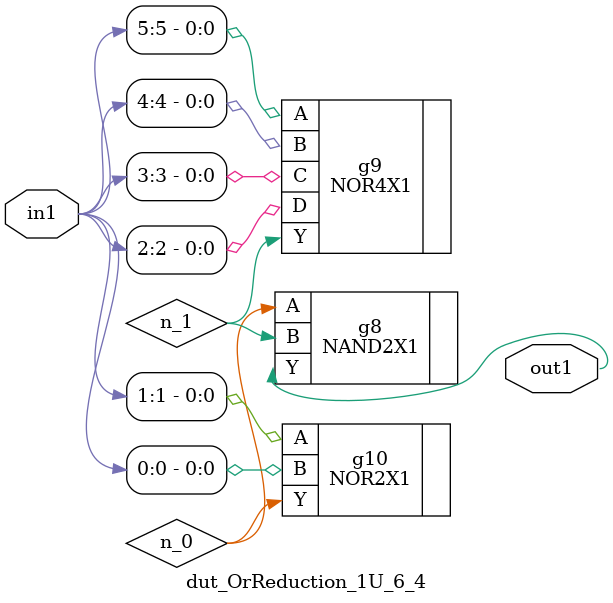
<source format=v>
`timescale 1ps / 1ps


module dut_OrReduction_1U_6_4(in1, out1);
  input [5:0] in1;
  output out1;
  wire [5:0] in1;
  wire out1;
  wire n_0, n_1;
  NAND2X1 g8(.A (n_0), .B (n_1), .Y (out1));
  NOR4X1 g9(.A (in1[5]), .B (in1[4]), .C (in1[3]), .D (in1[2]), .Y
       (n_1));
  NOR2X1 g10(.A (in1[1]), .B (in1[0]), .Y (n_0));
endmodule



</source>
